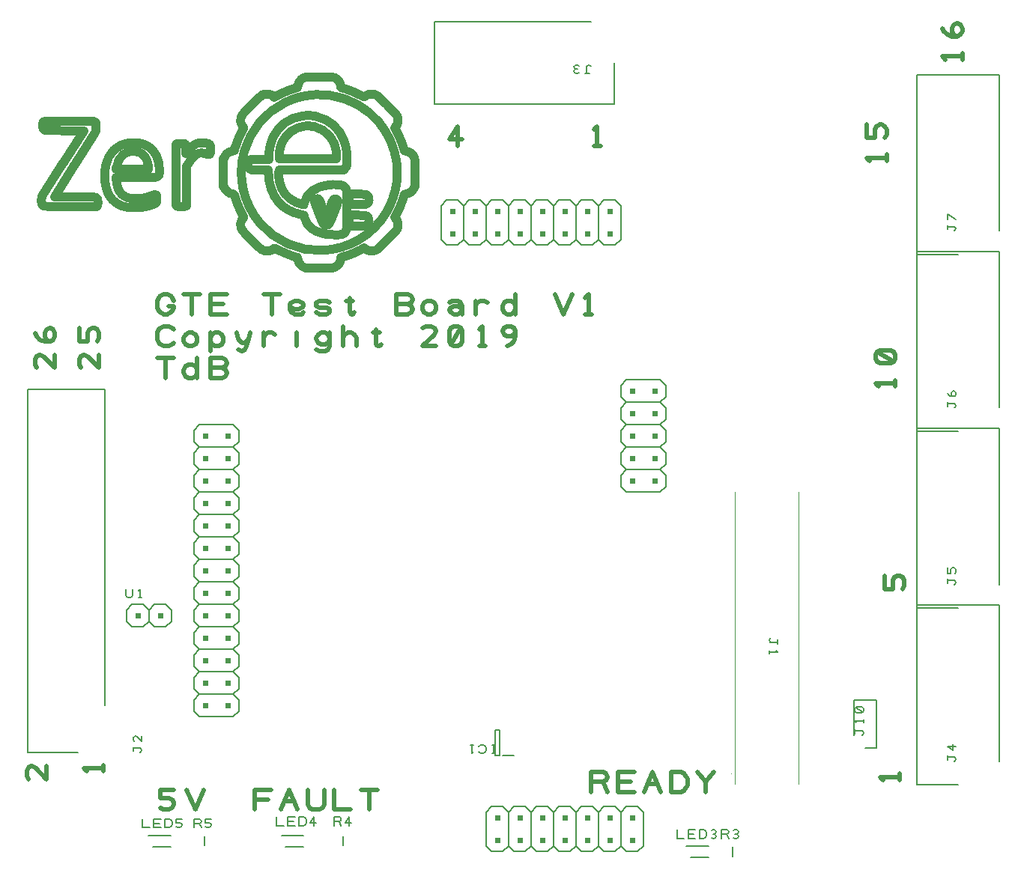
<source format=gto>
G04 EasyPC Gerber Version 21.0.3 Build 4286 *
%FSLAX35Y35*%
%MOIN*%
%ADD17C,0.00100*%
%ADD10C,0.00394*%
%ADD13C,0.00500*%
%ADD112C,0.00600*%
%ADD12C,0.00787*%
%ADD16C,0.01969*%
%ADD77C,0.03937*%
X0Y0D02*
D02*
D10*
X324502Y50014D02*
G75*
G02Y50407J197D01*
G01*
Y50014D02*
G75*
G03Y50407J197D01*
G01*
X326077Y175250D02*
Y45250D01*
X354423Y175250D02*
Y45250D01*
D02*
D12*
X45553Y80250D02*
Y221093D01*
X11482*
Y59250*
X33518*
X66982Y17553D02*
X74856D01*
Y22474D02*
X65112D01*
X90014Y22081D02*
Y17947D01*
X126037Y17553D02*
X133911D01*
Y22474D02*
X124167D01*
X151628Y22081D02*
Y17947D01*
X221333Y58006D02*
X219167D01*
Y69423*
X221333*
Y58006*
X227632D02*
X222711D01*
X261864Y384778D02*
X192376D01*
Y348163*
X272297*
Y366470*
X306313Y12789D02*
X314187D01*
Y17711D02*
X304443D01*
X325053Y17317D02*
Y13183D01*
X379108Y67179D02*
Y82868D01*
X389108*
Y61490*
X384108*
X443557Y55447D02*
Y124935D01*
X406943*
Y45014*
X425250*
X443557Y134187D02*
Y203675D01*
X406943*
Y123754*
X425250*
X443557Y212927D02*
Y282415D01*
X406943*
Y202494*
X425250*
X443557Y291667D02*
Y361156D01*
X406943*
Y281234*
X425250*
D02*
D13*
X54950Y132137D02*
Y129325D01*
X55263Y128700*
X55887Y128387*
X57137*
X57763Y128700*
X58075Y129325*
Y132137*
X60575Y128387D02*
X61825D01*
X61200D02*
Y132137D01*
X60575Y131513*
X62455Y29741D02*
Y25991D01*
X65580*
X67455D02*
Y29741D01*
X70580*
X69955Y27866D02*
X67455D01*
Y25991D02*
X70580D01*
X72455D02*
Y29741D01*
X74330*
X74955Y29428*
X75267Y29116*
X75580Y28491*
Y27241*
X75267Y26616*
X74955Y26303*
X74330Y25991*
X72455*
X77455Y26303D02*
X78080Y25991D01*
X79017*
X79642Y26303*
X79955Y26928*
Y27241*
X79642Y27866*
X79017Y28178*
X77455*
Y29741*
X79955*
X61483Y59384D02*
X61795Y59696D01*
X62108Y60321*
X61795Y60946*
X61483Y61259*
X58358*
Y61884*
Y61259D02*
Y60009D01*
X62108Y66884D02*
Y64384D01*
X59920Y66571*
X59295Y66884*
X58670Y66571*
X58358Y65946*
Y65009*
X58670Y64384*
X85486Y25991D02*
Y29741D01*
X87674*
X88299Y29428*
X88611Y28803*
X88299Y28178*
X87674Y27866*
X85486*
X87674D02*
X88611Y25991D01*
X90486Y26303D02*
X91111Y25991D01*
X92049*
X92674Y26303*
X92986Y26928*
Y27241*
X92674Y27866*
X92049Y28178*
X90486*
Y29741*
X92986*
X122100Y30607D02*
Y26857D01*
X125226*
X127100D02*
Y30607D01*
X130226*
X129600Y28732D02*
X127100D01*
Y26857D02*
X130226D01*
X132100D02*
Y30607D01*
X133976*
X134600Y30294*
X134913Y29982*
X135226Y29357*
Y28107*
X134913Y27482*
X134600Y27169*
X133976Y26857*
X132100*
X138663D02*
Y30607D01*
X137100Y28107*
X139600*
X147691Y26857D02*
Y30607D01*
X149878*
X150504Y30294*
X150816Y29669*
X150504Y29044*
X149878Y28732*
X147691*
X149878D02*
X150816Y26857D01*
X154254D02*
Y30607D01*
X152691Y28107*
X155191*
X219313Y62777D02*
X218063D01*
X218687D02*
Y59027D01*
X219313D02*
X218063D01*
X212125Y62152D02*
X212437Y62465D01*
X213063Y62777*
X214000*
X214625Y62465*
X214937Y62152*
X215250Y61527*
Y60277*
X214937Y59652*
X214625Y59339*
X214000Y59027*
X213063*
X212437Y59339*
X212125Y59652*
X209625Y62777D02*
X208375D01*
X209000D02*
Y59027D01*
X209625Y59652*
X261864Y364908D02*
X261552Y365220D01*
X260927Y365533*
X260302Y365220*
X259989Y364908*
Y361783*
X259364*
X259989D02*
X261239D01*
X256552Y365220D02*
X255927Y365533D01*
X255302*
X254677Y365220*
X254364Y364595*
X254677Y363970*
X255302Y363658*
X255927*
X255302D02*
X254677Y363345D01*
X254364Y362720*
X254677Y362095*
X255302Y361783*
X255927*
X256552Y362095*
X300250Y24937D02*
Y21187D01*
X303375*
X305250D02*
Y24937D01*
X308375*
X307750Y23063D02*
X305250D01*
Y21187D02*
X308375D01*
X310250D02*
Y24937D01*
X312125*
X312750Y24625*
X313063Y24313*
X313375Y23687*
Y22437*
X313063Y21813*
X312750Y21500*
X312125Y21187*
X310250*
X315563Y21500D02*
X316187Y21187D01*
X316813*
X317437Y21500*
X317750Y22125*
X317437Y22750*
X316813Y23063*
X316187*
X316813D02*
X317437Y23375D01*
X317750Y24000*
X317437Y24625*
X316813Y24937*
X316187*
X315563Y24625*
X320053Y21187D02*
Y24937D01*
X322241*
X322866Y24625*
X323178Y24000*
X322866Y23375*
X322241Y23063*
X320053*
X322241D02*
X323178Y21187D01*
X325366Y21500D02*
X325991Y21187D01*
X326616*
X327241Y21500*
X327553Y22125*
X327241Y22750*
X326616Y23063*
X325991*
X326616D02*
X327241Y23375D01*
X327553Y24000*
X327241Y24625*
X326616Y24937*
X325991*
X325366Y24625*
X341813Y110250D02*
X341500Y109937D01*
X341187Y109313*
X341500Y108687*
X341813Y108375*
X344937*
Y107750*
Y108375D02*
Y109625D01*
X341187Y104625D02*
Y103375D01*
Y104000D02*
X344937D01*
X344313Y104625*
X382546Y67179D02*
X382858Y67492D01*
X383171Y68117*
X382858Y68742*
X382546Y69054*
X379421*
Y69679*
Y69054D02*
Y67804D01*
X383171Y72804D02*
Y74054D01*
Y73429D02*
X379421D01*
X380046Y72804*
X382858Y77492D02*
X383171Y78117D01*
Y78742*
X382858Y79367*
X382233Y79679*
X380358*
X379733Y79367*
X379421Y78742*
Y78117*
X379733Y77492*
X380358Y77179*
X382233*
X382858Y77492*
X379733Y79367*
X423687Y55447D02*
X424000Y55759D01*
X424313Y56384*
X424000Y57009*
X423687Y57322*
X420563*
Y57947*
Y57322D02*
Y56072D01*
X424313Y62009D02*
X420563D01*
X423063Y60447*
Y62947*
X423687Y134187D02*
X424000Y134500D01*
X424313Y135124*
X424000Y135750*
X423687Y136062*
X420563*
Y136687*
Y136062D02*
Y134812D01*
X424000Y139187D02*
X424313Y139812D01*
Y140750*
X424000Y141374*
X423375Y141687*
X423063*
X422437Y141374*
X422125Y140750*
Y139187*
X420563*
Y141687*
X423687Y212927D02*
X424000Y213240D01*
X424313Y213865*
X424000Y214490*
X423687Y214802*
X420563*
Y215427*
Y214802D02*
Y213552D01*
X423375Y217927D02*
X422750Y218240D01*
X422437Y218865*
Y219490*
X422750Y220115*
X423375Y220427*
X424000Y220115*
X424313Y219490*
Y218865*
X424000Y218240*
X423375Y217927*
X422437*
X421500Y218240*
X420875Y218865*
X420563Y219490*
X423687Y291667D02*
X424000Y291980D01*
X424313Y292605*
X424000Y293230*
X423687Y293543*
X420563*
Y294167*
Y293543D02*
Y292293D01*
X424313Y296667D02*
X420563Y299167D01*
Y296667*
D02*
D16*
X19689Y53400D02*
Y47494D01*
X14522Y52661*
X13045Y53400*
X11569Y52661*
X10831Y51185*
Y48970*
X11569Y47494*
X23429Y236549D02*
Y230644D01*
X18262Y235811*
X16785Y236549*
X15309Y235811*
X14571Y234335*
Y232120*
X15309Y230644*
X21215Y242455D02*
X19738Y243193D01*
X19000Y244669*
Y246146*
X19738Y247622*
X21215Y248360*
X22691Y247622*
X23429Y246146*
Y244669*
X22691Y243193*
X21215Y242455*
X19000*
X16785Y243193*
X15309Y244669*
X14571Y246146*
X43114Y236549D02*
Y230644D01*
X37947Y235811*
X36470Y236549*
X34994Y235811*
X34256Y234335*
Y232120*
X34994Y230644*
X42376Y242455D02*
X43114Y243931D01*
Y246146*
X42376Y247622*
X40900Y248360*
X40161*
X38685Y247622*
X37947Y246146*
Y242455*
X34256*
Y248360*
X45083Y50939D02*
Y53892D01*
Y52415D02*
X36224D01*
X37701Y50939*
X74118Y258203D02*
X76333D01*
Y257465*
X75594Y255988*
X74856Y255250*
X73380Y254512*
X71904*
X70427Y255250*
X69689Y255988*
X68951Y257465*
Y260417*
X69689Y261894*
X70427Y262632*
X71904Y263370*
X73380*
X74856Y262632*
X75594Y261894*
X76333Y260417*
X84453Y254512D02*
Y263370D01*
X80762D02*
X88144D01*
X92573Y254512D02*
Y263370D01*
X99955*
X98478Y258941D02*
X92573D01*
Y254512D02*
X99955D01*
X119886D02*
Y263370D01*
X116195D02*
X123577D01*
X133911Y255250D02*
X133173Y254512D01*
X131697*
X130220*
X128744Y255250*
X128006Y256726*
Y258941*
X128744Y259679*
X130220Y260417*
X131697*
X133173Y259679*
X133911Y258941*
Y258203*
X133173Y257465*
X131697Y256726*
X130220*
X128744Y257465*
X128006Y258203*
X139817Y255250D02*
X141293Y254512D01*
X144246*
X145722Y255250*
Y256726*
X144246Y257465*
X141293*
X139817Y258203*
Y259679*
X141293Y260417*
X144246*
X145722Y259679*
X153104Y260417D02*
X156057D01*
X154581Y261894D02*
Y255250D01*
X155319Y254512*
X156057*
X156795Y255250*
X180417Y258941D02*
X181894Y258203D01*
X182632Y256726*
X181894Y255250*
X180417Y254512*
X175250*
Y263370*
X180417*
X181894Y262632*
X182632Y261156*
X181894Y259679*
X180417Y258941*
X175250*
X187061Y256726D02*
X187799Y255250D01*
X189276Y254512*
X190752*
X192228Y255250*
X192967Y256726*
Y258203*
X192228Y259679*
X190752Y260417*
X189276*
X187799Y259679*
X187061Y258203*
Y256726*
X198872Y259679D02*
X200348Y260417D01*
X202563*
X204039Y259679*
X204778Y258203*
Y255988*
X204039Y255250*
X202563Y254512*
X201087*
X199610Y255250*
X198872Y255988*
Y256726*
X199610Y257465*
X201087Y258203*
X202563*
X204039Y257465*
X204778Y256726*
Y255988D02*
Y254512D01*
X210683D02*
Y260417D01*
Y258203D02*
X211421Y259679D01*
X212898Y260417*
X214374*
X215850Y259679*
X228400Y258203D02*
X227661Y259679D01*
X226185Y260417*
X224709*
X223232Y259679*
X222494Y258203*
Y256726*
X223232Y255250*
X224709Y254512*
X226185*
X227661Y255250*
X228400Y256726*
Y254512D02*
Y263370D01*
X246116D02*
X249807Y254512D01*
X253498Y263370*
X259404Y254512D02*
X262356D01*
X260880D02*
Y263370D01*
X259404Y261894*
X76333Y241815D02*
X75594Y241077D01*
X74118Y240339*
X71904*
X70427Y241077*
X69689Y241815*
X68951Y243291*
Y246244*
X69689Y247720*
X70427Y248459*
X71904Y249197*
X74118*
X75594Y248459*
X76333Y247720*
X80762Y242553D02*
X81500Y241077D01*
X82976Y240339*
X84453*
X85929Y241077*
X86667Y242553*
Y244030*
X85929Y245506*
X84453Y246244*
X82976*
X81500Y245506*
X80762Y244030*
Y242553*
X92573Y246244D02*
Y238124D01*
Y242553D02*
X93311Y241077D01*
X94787Y240339*
X96264*
X97740Y241077*
X98478Y242553*
Y244030*
X97740Y245506*
X96264Y246244*
X94787*
X93311Y245506*
X92573Y244030*
Y242553*
X104384Y246244D02*
X105122Y243291D01*
X106598Y241815*
X108075*
X109551Y243291*
X110289Y246244*
X109551Y243291D02*
X108813Y240339D01*
X108075Y238862*
X106598Y238124*
X105122Y238862*
X116195Y240339D02*
Y246244D01*
Y244030D02*
X116933Y245506D01*
X118409Y246244*
X119886*
X121362Y245506*
X130959Y240339D02*
Y246244D01*
Y248459D02*
X145722Y244030*
X144984Y245506D01*
X143508Y246244*
X142031*
X140555Y245506*
X139817Y244030*
Y243291*
X140555Y241815*
X142031Y241077*
X143508*
X144984Y241815*
X145722Y243291*
Y246244D02*
Y240339D01*
X144984Y238862*
X143508Y238124*
X141293*
X139817Y238862*
X151628Y240339D02*
Y249197D01*
Y244030D02*
X152366Y245506D01*
X153843Y246244*
X155319*
X156795Y245506*
X157533Y244030*
Y240339*
X164915Y246244D02*
X167868D01*
X166392Y247720D02*
Y241077D01*
X167130Y240339*
X167868*
X168606Y241077*
X192967Y240339D02*
X187061D01*
X192228Y245506*
X192967Y246982*
X192228Y248459*
X190752Y249197*
X188537*
X187061Y248459*
X199610Y241077D02*
X201087Y240339D01*
X202563*
X204039Y241077*
X204778Y242553*
Y246982*
X204039Y248459*
X202563Y249197*
X201087*
X199610Y248459*
X198872Y246982*
Y242553*
X199610Y241077*
X204039Y248459*
X212159Y240339D02*
X215112D01*
X213636D02*
Y249197D01*
X212159Y247720*
X224709Y240339D02*
X226185Y241077D01*
X227661Y242553*
X228400Y244768*
Y246982*
X227661Y248459*
X226185Y249197*
X224709*
X223232Y248459*
X222494Y246982*
X223232Y245506*
X224709Y244768*
X226185*
X227661Y245506*
X228400Y246982*
X72642Y226165D02*
Y235024D01*
X68951D02*
X76333D01*
X86667Y229856D02*
X85929Y231333D01*
X84453Y232071*
X82976*
X81500Y231333*
X80762Y229856*
Y228380*
X81500Y226904*
X82976Y226165*
X84453*
X85929Y226904*
X86667Y228380*
Y226165D02*
Y235024D01*
X97740Y230594D02*
X99217Y229856D01*
X99955Y228380*
X99217Y226904*
X97740Y226165*
X92573*
Y235024*
X97740*
X99217Y234285*
X99955Y232809*
X99217Y231333*
X97740Y230594*
X92573*
X70329Y34778D02*
X71805Y34039D01*
X74020*
X75496Y34778*
X76234Y36254*
Y36992*
X75496Y38469*
X74020Y39207*
X70329*
Y42898*
X76234*
X82140D02*
X85831Y34039D01*
X89522Y42898*
X112258Y34039D02*
Y42898D01*
X119640*
X118163Y38469D02*
X112258D01*
X124069Y34039D02*
X127760Y42898D01*
X131451Y34039*
X125545Y37730D02*
X129974D01*
X135880Y42898D02*
Y36254D01*
X136618Y34778*
X138094Y34039*
X141047*
X142524Y34778*
X143262Y36254*
Y42898*
X147691D02*
Y34039D01*
X155073*
X163193D02*
Y42898D01*
X159502D02*
X166884D01*
X202563Y329315D02*
Y338173D01*
X198872Y332268*
X204778*
X263341Y329315D02*
X266293D01*
X264817D02*
Y338173D01*
X263341Y336697*
X262061Y41835D02*
Y50693D01*
X267228*
X268705Y49955*
X269443Y48478*
X268705Y47002*
X267228Y46264*
X262061*
X267228D02*
X269443Y41835D01*
X273872D02*
Y50693D01*
X281254*
X279778Y46264D02*
X273872D01*
Y41835D02*
X281254D01*
X285683D02*
X289374Y50693D01*
X293065Y41835*
X287159Y45526D02*
X291589D01*
X297494Y41835D02*
Y50693D01*
X301923*
X303400Y49955*
X304138Y49217*
X304876Y47740*
Y44787*
X304138Y43311*
X303400Y42573*
X301923Y41835*
X297494*
X312996D02*
Y46264D01*
X309305Y50693*
X312996Y46264D02*
X316687Y50693D01*
X393508Y322671D02*
Y325624D01*
Y324148D02*
X384650D01*
X386126Y322671*
X392770Y333006D02*
X393508Y334482D01*
Y336697*
X392770Y338173*
X391293Y338911*
X390555*
X389079Y338173*
X388341Y336697*
Y333006*
X384650*
Y338911*
X397445Y222278D02*
Y225230D01*
Y223754D02*
X388587D01*
X390063Y222278*
X396707Y233350D02*
X397445Y234827D01*
Y236303*
X396707Y237780*
X395230Y238518*
X390801*
X389325Y237780*
X388587Y236303*
Y234827*
X389325Y233350*
X390801Y232612*
X395230*
X396707Y233350*
X389325Y237780*
X399413Y47081D02*
Y50033D01*
Y48557D02*
X390555D01*
X392031Y47081*
X400644Y132219D02*
X401382Y133695D01*
Y135909*
X400644Y137386*
X399167Y138124*
X398429*
X396953Y137386*
X396215Y135909*
Y132219*
X392524*
Y138124*
X427169Y367868D02*
Y370821D01*
Y369344D02*
X418311D01*
X419787Y367868*
X424955Y378203D02*
X423478Y378941D01*
X422740Y380417*
Y381894*
X423478Y383370*
X424955Y384108*
X426431Y383370*
X427169Y381894*
Y380417*
X426431Y378941*
X424955Y378203*
X422740*
X420526Y378941*
X419049Y380417*
X418311Y381894*
D02*
D17*
X59250Y119250D02*
X61250D01*
Y121250*
X59250*
Y119250*
G36*
X61250*
Y121250*
X59250*
Y119250*
G37*
X69250D02*
X71250D01*
Y121250*
X69250*
Y119250*
G36*
X71250*
Y121250*
X69250*
Y119250*
G37*
X91250Y79250D02*
Y81250D01*
X89250*
Y79250*
X91250*
G36*
Y81250*
X89250*
Y79250*
X91250*
G37*
Y89250D02*
Y91250D01*
X89250*
Y89250*
X91250*
G36*
Y91250*
X89250*
Y89250*
X91250*
G37*
Y99250D02*
Y101250D01*
X89250*
Y99250*
X91250*
G36*
Y101250*
X89250*
Y99250*
X91250*
G37*
Y109250D02*
Y111250D01*
X89250*
Y109250*
X91250*
G36*
Y111250*
X89250*
Y109250*
X91250*
G37*
Y119250D02*
Y121250D01*
X89250*
Y119250*
X91250*
G36*
Y121250*
X89250*
Y119250*
X91250*
G37*
Y129250D02*
Y131250D01*
X89250*
Y129250*
X91250*
G36*
Y131250*
X89250*
Y129250*
X91250*
G37*
Y139250D02*
Y141250D01*
X89250*
Y139250*
X91250*
G36*
Y141250*
X89250*
Y139250*
X91250*
G37*
Y149250D02*
Y151250D01*
X89250*
Y149250*
X91250*
G36*
Y151250*
X89250*
Y149250*
X91250*
G37*
Y159250D02*
Y161250D01*
X89250*
Y159250*
X91250*
G36*
Y161250*
X89250*
Y159250*
X91250*
G37*
Y169250D02*
Y171250D01*
X89250*
Y169250*
X91250*
G36*
Y171250*
X89250*
Y169250*
X91250*
G37*
Y179250D02*
Y181250D01*
X89250*
Y179250*
X91250*
G36*
Y181250*
X89250*
Y179250*
X91250*
G37*
Y189250D02*
Y191250D01*
X89250*
Y189250*
X91250*
G36*
Y191250*
X89250*
Y189250*
X91250*
G37*
Y199250D02*
Y201250D01*
X89250*
Y199250*
X91250*
G36*
Y201250*
X89250*
Y199250*
X91250*
G37*
X101250Y79250D02*
Y81250D01*
X99250*
Y79250*
X101250*
G36*
Y81250*
X99250*
Y79250*
X101250*
G37*
Y89250D02*
Y91250D01*
X99250*
Y89250*
X101250*
G36*
Y91250*
X99250*
Y89250*
X101250*
G37*
Y99250D02*
Y101250D01*
X99250*
Y99250*
X101250*
G36*
Y101250*
X99250*
Y99250*
X101250*
G37*
Y109250D02*
Y111250D01*
X99250*
Y109250*
X101250*
G36*
Y111250*
X99250*
Y109250*
X101250*
G37*
Y119250D02*
Y121250D01*
X99250*
Y119250*
X101250*
G36*
Y121250*
X99250*
Y119250*
X101250*
G37*
Y129250D02*
Y131250D01*
X99250*
Y129250*
X101250*
G36*
Y131250*
X99250*
Y129250*
X101250*
G37*
Y139250D02*
Y141250D01*
X99250*
Y139250*
X101250*
G36*
Y141250*
X99250*
Y139250*
X101250*
G37*
Y149250D02*
Y151250D01*
X99250*
Y149250*
X101250*
G36*
Y151250*
X99250*
Y149250*
X101250*
G37*
Y159250D02*
Y161250D01*
X99250*
Y159250*
X101250*
G36*
Y161250*
X99250*
Y159250*
X101250*
G37*
Y169250D02*
Y171250D01*
X99250*
Y169250*
X101250*
G36*
Y171250*
X99250*
Y169250*
X101250*
G37*
Y179250D02*
Y181250D01*
X99250*
Y179250*
X101250*
G36*
Y181250*
X99250*
Y179250*
X101250*
G37*
Y189250D02*
Y191250D01*
X99250*
Y189250*
X101250*
G36*
Y191250*
X99250*
Y189250*
X101250*
G37*
Y199250D02*
Y201250D01*
X99250*
Y199250*
X101250*
G36*
Y201250*
X99250*
Y199250*
X101250*
G37*
X199250Y289250D02*
X201250D01*
Y291250*
X199250*
Y289250*
G36*
X201250*
Y291250*
X199250*
Y289250*
G37*
Y299250D02*
X201250D01*
Y301250*
X199250*
Y299250*
G36*
X201250*
Y301250*
X199250*
Y299250*
G37*
X209250Y289250D02*
X211250D01*
Y291250*
X209250*
Y289250*
G36*
X211250*
Y291250*
X209250*
Y289250*
G37*
Y299250D02*
X211250D01*
Y301250*
X209250*
Y299250*
G36*
X211250*
Y301250*
X209250*
Y299250*
G37*
X219250Y19250D02*
X221250D01*
Y21250*
X219250*
Y19250*
G36*
X221250*
Y21250*
X219250*
Y19250*
G37*
Y29250D02*
X221250D01*
Y31250*
X219250*
Y29250*
G36*
X221250*
Y31250*
X219250*
Y29250*
G37*
Y289250D02*
X221250D01*
Y291250*
X219250*
Y289250*
G36*
X221250*
Y291250*
X219250*
Y289250*
G37*
Y299250D02*
X221250D01*
Y301250*
X219250*
Y299250*
G36*
X221250*
Y301250*
X219250*
Y299250*
G37*
X229250Y19250D02*
X231250D01*
Y21250*
X229250*
Y19250*
G36*
X231250*
Y21250*
X229250*
Y19250*
G37*
Y29250D02*
X231250D01*
Y31250*
X229250*
Y29250*
G36*
X231250*
Y31250*
X229250*
Y29250*
G37*
Y289250D02*
X231250D01*
Y291250*
X229250*
Y289250*
G36*
X231250*
Y291250*
X229250*
Y289250*
G37*
Y299250D02*
X231250D01*
Y301250*
X229250*
Y299250*
G36*
X231250*
Y301250*
X229250*
Y299250*
G37*
X239250Y19250D02*
X241250D01*
Y21250*
X239250*
Y19250*
G36*
X241250*
Y21250*
X239250*
Y19250*
G37*
Y29250D02*
X241250D01*
Y31250*
X239250*
Y29250*
G36*
X241250*
Y31250*
X239250*
Y29250*
G37*
Y289250D02*
X241250D01*
Y291250*
X239250*
Y289250*
G36*
X241250*
Y291250*
X239250*
Y289250*
G37*
Y299250D02*
X241250D01*
Y301250*
X239250*
Y299250*
G36*
X241250*
Y301250*
X239250*
Y299250*
G37*
X249250Y19250D02*
X251250D01*
Y21250*
X249250*
Y19250*
G36*
X251250*
Y21250*
X249250*
Y19250*
G37*
Y29250D02*
X251250D01*
Y31250*
X249250*
Y29250*
G36*
X251250*
Y31250*
X249250*
Y29250*
G37*
Y289250D02*
X251250D01*
Y291250*
X249250*
Y289250*
G36*
X251250*
Y291250*
X249250*
Y289250*
G37*
Y299250D02*
X251250D01*
Y301250*
X249250*
Y299250*
G36*
X251250*
Y301250*
X249250*
Y299250*
G37*
X259250Y19250D02*
X261250D01*
Y21250*
X259250*
Y19250*
G36*
X261250*
Y21250*
X259250*
Y19250*
G37*
Y29250D02*
X261250D01*
Y31250*
X259250*
Y29250*
G36*
X261250*
Y31250*
X259250*
Y29250*
G37*
Y289250D02*
X261250D01*
Y291250*
X259250*
Y289250*
G36*
X261250*
Y291250*
X259250*
Y289250*
G37*
Y299250D02*
X261250D01*
Y301250*
X259250*
Y299250*
G36*
X261250*
Y301250*
X259250*
Y299250*
G37*
X269250Y19250D02*
X271250D01*
Y21250*
X269250*
Y19250*
G36*
X271250*
Y21250*
X269250*
Y19250*
G37*
Y29250D02*
X271250D01*
Y31250*
X269250*
Y29250*
G36*
X271250*
Y31250*
X269250*
Y29250*
G37*
Y289250D02*
X271250D01*
Y291250*
X269250*
Y289250*
G36*
X271250*
Y291250*
X269250*
Y289250*
G37*
Y299250D02*
X271250D01*
Y301250*
X269250*
Y299250*
G36*
X271250*
Y301250*
X269250*
Y299250*
G37*
X279250Y19250D02*
X281250D01*
Y21250*
X279250*
Y19250*
G36*
X281250*
Y21250*
X279250*
Y19250*
G37*
Y29250D02*
X281250D01*
Y31250*
X279250*
Y29250*
G36*
X281250*
Y31250*
X279250*
Y29250*
G37*
X281250Y179250D02*
Y181250D01*
X279250*
Y179250*
X281250*
G36*
Y181250*
X279250*
Y179250*
X281250*
G37*
Y189250D02*
Y191250D01*
X279250*
Y189250*
X281250*
G36*
Y191250*
X279250*
Y189250*
X281250*
G37*
Y199250D02*
Y201250D01*
X279250*
Y199250*
X281250*
G36*
Y201250*
X279250*
Y199250*
X281250*
G37*
Y209250D02*
Y211250D01*
X279250*
Y209250*
X281250*
G36*
Y211250*
X279250*
Y209250*
X281250*
G37*
Y219250D02*
Y221250D01*
X279250*
Y219250*
X281250*
G36*
Y221250*
X279250*
Y219250*
X281250*
G37*
X291250Y179250D02*
Y181250D01*
X289250*
Y179250*
X291250*
G36*
Y181250*
X289250*
Y179250*
X291250*
G37*
Y189250D02*
Y191250D01*
X289250*
Y189250*
X291250*
G36*
Y191250*
X289250*
Y189250*
X291250*
G37*
Y199250D02*
Y201250D01*
X289250*
Y199250*
X291250*
G36*
Y201250*
X289250*
Y199250*
X291250*
G37*
Y209250D02*
Y211250D01*
X289250*
Y209250*
X291250*
G36*
Y211250*
X289250*
Y209250*
X291250*
G37*
Y219250D02*
Y221250D01*
X289250*
Y219250*
X291250*
G36*
Y221250*
X289250*
Y219250*
X291250*
G37*
D02*
D77*
X18227Y340153D02*
G75*
G03X18079Y339921I608J-552D01*
G01*
G75*
G03X17994Y339624I1187J-501*
G01*
G75*
G03X17952Y339173I3396J-544*
G01*
G75*
G03X17941Y338369I29889J-797*
G01*
G75*
G03X18133Y337006I4948J1*
G01*
G75*
G03X18726Y336445I770J221*
G01*
G75*
G03X20144Y336280I1478J6491*
G01*
G75*
G03X27339Y336232I14425J1649100*
G01*
X36168Y336194*
X27229Y322169*
G75*
G03X23775Y316739I3205608J-2042880*
G01*
G75*
G03X20802Y312043I1780248J-1130366*
G01*
G75*
G03X18224Y307955I5322256J-3359507*
G01*
G75*
G03X17903Y307394I6435J-4055*
G01*
G75*
G03X17713Y306967I3589J-1853*
G01*
G75*
G03X17584Y306543I3088J-1169*
G01*
G75*
G03X17500Y306054I4193J-971*
G01*
G75*
G03X17448Y305425I11072J-1238*
G01*
G75*
G03X17441Y304474I9913J-549*
G01*
G75*
G03X17547Y303758I3407J140*
G01*
G75*
G03X17771Y303221I1993J516*
G01*
G75*
G03X18122Y302821I1252J745*
G01*
G75*
G03X18619Y302628I565J719*
G01*
G75*
G03X19996Y302558I2057J27025*
G01*
G75*
G03X22580Y302524I2734J110031*
G01*
G75*
G03X30238Y302519I7634J5286580*
G01*
X41970*
X42256Y302835*
G75*
G03X42404Y303067I-608J552*
G01*
G75*
G03X42489Y303363I-1188J501*
G01*
G75*
G03X42531Y303815I-3397J544*
G01*
G75*
G03X42541Y304619I-29904J797*
G01*
G75*
G03X42337Y305978I-4621J0*
G01*
G75*
G03X41719Y306544I-793J-244*
G01*
G75*
G03X40230Y306708I-1548J-7225*
G01*
G75*
G03X32571Y306755I-15552J-1916367*
G01*
X23170Y306794*
X32157Y320894*
G75*
G03X35625Y326347I-2623832J1672542*
G01*
G75*
G03X38598Y331050I-1447279J918230*
G01*
G75*
G03X41187Y335163I-4908228J3091949*
G01*
G75*
G03X41465Y335669I-4120J2589*
G01*
G75*
G03X41628Y336092I-2809J1331*
G01*
G75*
G03X41724Y336524I-2701J827*
G01*
G75*
G03X41773Y337086I-5202J731*
G01*
G75*
G03X41788Y337969I-29295J938*
G01*
X41791Y339593*
X41302Y340031*
X40811Y340469*
X29662*
G75*
G03X22233Y340463I184J-5255318*
G01*
G75*
G03X19873Y340429I130J-90196*
G01*
G75*
G03X18639Y340358I562J-20474*
G01*
G75*
G03X18227Y340153I56J-627*
G01*
X56041Y330771D02*
G75*
G03X52503Y329639I1931J-12139D01*
G01*
G75*
G03X49559Y327520I4986J-10031*
G01*
G75*
G03X47370Y324501I8438J-8419*
G01*
G75*
G03X46038Y320746I13772J-6998*
G01*
G75*
G03X45778Y319032I13938J-2993*
G01*
G75*
G03X45653Y316876I33790J-3044*
G01*
G75*
G03X45665Y314689I34419J-902*
G01*
G75*
G03X45832Y312869I16909J633*
G01*
G75*
G03X46286Y310627I20863J3057*
G01*
G75*
G03X46948Y308689I13144J3411*
G01*
G75*
G03X47835Y307017I10542J4519*
G01*
G75*
G03X48960Y305571I8491J5446*
G01*
G75*
G03X50211Y304416I8531J7980*
G01*
G75*
G03X51576Y303497I6354J7973*
G01*
G75*
G03X53104Y302792I5239J9338*
G01*
G75*
G03X54841Y302272I4987J13504*
G01*
G75*
G03X56568Y302027I2267J9774*
G01*
G75*
G03X59057Y301971I2149J39967*
G01*
G75*
G03X61593Y302072I-338J40134*
G01*
G75*
G03X63514Y302345I-1004J13973*
G01*
G75*
G03X65432Y302815I-6928J32473*
G01*
G75*
G03X66967Y303329I-4035J14578*
G01*
G75*
G03X68089Y303855I-3706J9365*
G01*
G75*
G03X68594Y304356I-615J1127*
G01*
G75*
G03X68757Y304903I-1140J637*
G01*
G75*
G03X68791Y306002I-14732J1009*
G01*
G75*
G03X68748Y307102I-16742J-102*
G01*
G75*
G03X68575Y307533I-759J-54*
G01*
G75*
G03X68258Y307710I-387J-320*
G01*
G75*
G03X67755Y307704I-232J-1659*
G01*
G75*
G03X66968Y307512I851J-5196*
G01*
G75*
G03X65641Y307054I13104J-40076*
G01*
G75*
G02X63977Y306505I-9681J26544*
G01*
G75*
G02X62545Y306161I-4013J13579*
G01*
G75*
G02X61122Y305976I-2428J13078*
G01*
G75*
G02X59491Y305913I-1679J22178*
G01*
G75*
G02X57570Y306013I-35J17694*
G01*
G75*
G02X55982Y306331I953J8901*
G01*
G75*
G02X54636Y306886I2000J6755*
G01*
G75*
G02X53447Y307702I3220J5967*
G01*
G75*
G02X52402Y308854I4025J4703*
G01*
G75*
G02X51652Y310254I5490J3843*
G01*
G75*
G02X51134Y312061I9276J3633*
G01*
G75*
G02X50792Y314481I27384J5106*
G01*
X50702Y315419*
X59641*
G75*
G03X66253Y315432I-15J1639859*
G01*
G75*
G03X68185Y315526I-87J21869*
G01*
G75*
G03X69135Y315792I-253J2728*
G01*
G75*
G03X69709Y316354I-561J1149*
G01*
G75*
G03X69915Y317171I-1635J844*
G01*
G75*
G03X69892Y319074I-35334J527*
G01*
G75*
G03X69745Y321069I-28816J-1119*
G01*
G75*
G03X69465Y322619I-11188J-1217*
G01*
G75*
G03X68861Y324422I-12290J-3116*
G01*
G75*
G03X68002Y326080I-10854J-4570*
G01*
G75*
G03X66937Y327510I-9128J-5687*
G01*
G75*
G03X65717Y328635I-6071J-5361*
G01*
G75*
G03X64870Y329206I-6272J-8387*
G01*
G75*
G03X63907Y329740I-7350J-12128*
G01*
G75*
G03X62926Y330187I-6150J-12205*
G01*
G75*
G03X62031Y330494I-3095J-7565*
G01*
G75*
G03X61062Y330664I-1346J-4824*
G01*
G75*
G03X59080Y330785I-5122J-67688*
G01*
G75*
G03X57096Y330846I-2996J-64707*
G01*
G75*
G03X56041Y330771I-95J-6104*
G01*
X59789Y326892D02*
G75*
G02X60809Y326612I-1873J-8836D01*
G01*
G75*
G02X61683Y326237I-1898J-5620*
G01*
G75*
G02X62431Y325753I-2409J-4553*
G01*
G75*
G02X63078Y325152I-3029J-3905*
G01*
G75*
G02X63860Y324070I-4663J-4193*
G01*
G75*
G02X64456Y322773I-7083J-4043*
G01*
G75*
G02X64834Y321347I-8187J-2931*
G01*
G75*
G02X64964Y319881I-8498J-1492*
G01*
X64967Y319019*
X50745*
X50819Y319656*
G75*
G02X51803Y323092I10893J-1262*
G01*
G75*
G02X53784Y325606I6493J-3078*
G01*
G75*
G02X56553Y326907I4045J-5015*
G01*
G75*
G02X59789Y326892I1582J-7824*
G01*
X86788Y330607D02*
G75*
G03X85762Y330119I1903J-5317D01*
G01*
G75*
G03X84702Y329372I4931J-8128*
G01*
G75*
G03X83645Y328400I7322J-9024*
G01*
G75*
G03X82627Y327230I11381J-10931*
G01*
X81691Y326042*
X81653Y328043*
G75*
G03X81580Y329703I-33774J-658*
G01*
G75*
G03X81349Y330261I-949J-65*
G01*
G75*
G03X80845Y330515I-561J-487*
G01*
G75*
G03X79458Y330569I-1391J-17915*
G01*
G75*
G03X78705Y330557I6J-24384*
G01*
G75*
G03X78196Y330517I168J-5430*
G01*
G75*
G03X77839Y330447I326J-2603*
G01*
G75*
G03X77600Y330335I200J-739*
G01*
X77267Y330102*
Y316479*
G75*
G03X77273Y308293I5329956J8*
G01*
G75*
G03X77305Y304956I204063J306*
G01*
G75*
G03X77356Y302973I130596J2328*
G01*
G75*
G03X77514Y302650I439J15*
G01*
G75*
G03X78034Y302441I584J702*
G01*
G75*
G03X79479Y302378I1865J26505*
G01*
G75*
G03X80917Y302402I354J22611*
G01*
G75*
G03X81600Y302585I-79J1658*
G01*
X82067Y302826*
Y320499*
X82998Y321891*
G75*
G02X83951Y323198I16454J-11004*
G01*
G75*
G02X84974Y324371I13340J-10598*
G01*
G75*
G02X85957Y325304I9997J-9552*
G01*
G75*
G02X86770Y325839I2485J-2891*
G01*
G75*
G02X87586Y326164I2553J-5228*
G01*
G75*
G02X88328Y326302I952J-3047*
G01*
G75*
G02X89119Y326267I239J-3587*
G01*
G75*
G02X90091Y326059I-1361J-8711*
G01*
G75*
G03X91737Y325656I8272J30207*
G01*
G75*
G03X92306Y325763I157J727*
G01*
G75*
G03X92591Y326238I-356J537*
G01*
G75*
G03X92685Y327779I-22439J2138*
G01*
G75*
G03X92682Y329087I-23252J612*
G01*
G75*
G03X92546Y329734I-1866J-56*
G01*
G75*
G03X92220Y330140I-843J-343*
G01*
G75*
G03X91589Y330473I-1709J-2474*
G01*
G75*
G03X90580Y330726I-1545J-4020*
G01*
G75*
G03X89157Y330835I-1834J-14651*
G01*
G75*
G03X87744Y330807I-414J-14769*
G01*
G75*
G03X86788Y330607I241J-3541*
G01*
X133911Y342848D02*
G75*
G03X129738Y341833I2470J-19234D01*
G01*
G75*
G03X126060Y339946I5710J-15660*
G01*
G75*
G03X123033Y337261I8966J-13154*
G01*
G75*
G03X120775Y333894I12080J-10544*
G01*
G75*
G03X119915Y331808I13835J-6924*
G01*
G75*
G03X119184Y329217I29538J-9728*
G01*
G75*
G03X118680Y326569I30303J-7140*
G01*
G75*
G03X118517Y324310I15483J-2258*
G01*
Y323519*
X110739*
X110272Y323126*
G75*
G03X109852Y322699I2064J-2450*
G01*
G75*
G03X109574Y322246I1555J-1269*
G01*
G75*
G03X109418Y321724I1941J-863*
G01*
G75*
G03X109367Y321089I3882J-630*
G01*
G75*
G03X109426Y320469I3320J4*
G01*
G75*
G03X109603Y319966I1775J340*
G01*
G75*
G03X109923Y319524I1692J891*
G01*
G75*
G03X110420Y319091I2890J2811*
G01*
X110925Y318719*
X118472*
X118491Y317169*
G75*
G03X118822Y313594I22437J275*
G01*
G75*
G03X119719Y310148I21381J3722*
G01*
G75*
G03X121112Y307048I18714J6547*
G01*
G75*
G03X122923Y304502I12417J6917*
G01*
G75*
G03X125004Y302502I14084J12569*
G01*
G75*
G03X127283Y300935I10121J12282*
G01*
G75*
G03X129857Y299753I8265J14600*
G01*
G75*
G03X132819Y298899I7973J22104*
G01*
G75*
G02X133344Y298783I-18589J-85239*
G01*
G75*
G02X133790Y298680I-10106J-44889*
G01*
G75*
G02X134184Y298587I-57045J-242842*
G01*
G75*
G02X134208Y298572I-11J-44*
G01*
G75*
G02X134222Y298547I-53J-45*
G01*
G75*
G02X134321Y298201I-244461J-70352*
G01*
G75*
G02X134431Y297809I-50891J-14518*
G01*
G75*
G02X134558Y297349I-95478J-26547*
G01*
G75*
G03X135679Y294798I9114J2482*
G01*
G75*
G03X137465Y292784I6982J4396*
G01*
G75*
G03X139982Y291294I6304J7779*
G01*
G75*
G03X143267Y290291I7115J17409*
G01*
G75*
G03X144612Y290085I2586J12426*
G01*
G75*
G03X146518Y289937I4655J47460*
G01*
G75*
G03X148458Y289865I2753J47719*
G01*
G75*
G03X149941Y289906I283J16633*
G01*
G75*
G03X151140Y290064I-732J10135*
G01*
G75*
G03X151939Y290359I-500J2580*
G01*
G75*
G03X152499Y290850I-918J1614*
G01*
G75*
G03X152935Y291607I-2741J2084*
G01*
G75*
G03X153168Y292752I-2777J1160*
G01*
G75*
G03X153193Y301083I-2112195J10454*
G01*
G75*
G03X153188Y309494I-2549702J2654*
G01*
G75*
G03X152955Y310439I-2050J-5*
G01*
G75*
G03X152669Y310869I-2167J-1133*
G01*
G75*
G03X152268Y311282I-2901J-2409*
G01*
G75*
G03X151794Y311643I-2650J-2991*
G01*
G75*
G03X151291Y311912I-1848J-2847*
G01*
G75*
G03X150441Y312130I-1114J-2581*
G01*
G75*
G03X148809Y312236I-2690J-28611*
G01*
G75*
G03X147008Y312245I-1035J-28031*
G01*
G75*
G03X145394Y312129I502J-18308*
G01*
G75*
G03X141316Y311220I2331J-20062*
G01*
G75*
G03X138054Y309543I3845J-11485*
G01*
G75*
G03X135734Y307157I5695J-7861*
G01*
G75*
G03X134407Y304169I7484J-5112*
G01*
G75*
G02X134328Y303849I-37650J9104*
G01*
G75*
G02X134257Y303572I-21495J5379*
G01*
G75*
G02X134194Y303334I-48865J12817*
G01*
G75*
G02X134177Y303296I-130J35*
G01*
G75*
G02X134025Y303239I-114J74*
G01*
G75*
G02X132894Y303570I22941J80400*
G01*
G75*
G02X131760Y303939I7857J26095*
G01*
G75*
G02X130809Y304308I4835J13856*
G01*
G75*
G02X128063Y305888I5374J12522*
G01*
G75*
G02X125852Y308017I7167J9657*
G01*
G75*
G02X124260Y310626I9293J7460*
G01*
G75*
G02X123335Y313619I11996J5346*
G01*
G75*
G02X123176Y314692I16088J2933*
G01*
G75*
G02X123078Y315835I20276J2315*
G01*
G75*
G02X123047Y316925I18803J1089*
G01*
G75*
G02X123093Y317831I9103J-4*
G01*
X123197Y318869*
X151956*
X152487Y319335*
G75*
G03X153018Y319998I-1609J1833*
G01*
G75*
G03X153318Y320833I-2524J1378*
G01*
G75*
G03X153443Y322074I-6807J1309*
G01*
G75*
G03X153420Y324185I-51212J502*
G01*
G75*
G03X153305Y326251I-42940J-1346*
G01*
G75*
G03X153097Y327963I-20846J-1661*
G01*
G75*
G03X152763Y329556I-18001J-2943*
G01*
G75*
G03X152265Y331247I-24304J-6239*
G01*
G75*
G03X150315Y335335I-17433J-5807*
G01*
G75*
G03X147483Y338649I-13315J-8511*
G01*
G75*
G03X143814Y341100I-10772J-12150*
G01*
G75*
G03X139402Y342650I-8926J-18353*
G01*
G75*
G03X138098Y342881I-3072J-13542*
G01*
G75*
G03X136760Y342991I-1867J-14539*
G01*
G75*
G03X135370Y342980I-570J-15731*
G01*
G75*
G03X133911Y342848I1018J-19399*
G01*
X135391Y360170D02*
G75*
G03X134071Y359751I579J-4111D01*
G01*
G75*
G03X132907Y358909I2191J-4257*
G01*
G75*
G03X132025Y357742I3490J-3554*
G01*
G75*
G03X131526Y356375I4274J-2333*
G01*
X131331Y355409*
X129986Y355007*
G75*
G03X128279Y354456I11711J-39191*
G01*
G75*
G03X126677Y353854I11110J-31999*
G01*
G75*
G03X125081Y353161I13188J-32570*
G01*
G75*
G03X123389Y352335I20202J-43554*
G01*
X121138Y351181*
X120492Y351674*
G75*
G03X119424Y352264I-2535J-3324*
G01*
G75*
G03X118182Y352555I-1747J-4663*
G01*
G75*
G03X116915Y352520I-499J-4884*
G01*
G75*
G03X115777Y352155I612J-3863*
G01*
G75*
G03X115340Y351858I893J-1785*
G01*
G75*
G03X114216Y350835I57368J-64170*
G01*
G75*
G03X112794Y349488I58448J-63119*
G01*
G75*
G03X111037Y347765I148006J-152706*
G01*
G75*
G03X108006Y344709I188796J-190295*
G01*
G75*
G03X106798Y343276I9186J-8964*
G01*
G75*
G03X106254Y342176I2985J-2163*
G01*
G75*
G03X106067Y340905I4220J-1272*
G01*
G75*
G03X106088Y340361I6919J-2*
G01*
G75*
G03X106155Y339934I2780J219*
G01*
G75*
G03X106288Y339520I2754J657*
G01*
G75*
G03X106517Y339016I6761J2760*
G01*
G75*
G03X106710Y338652I7429J3715*
G01*
G75*
G03X106918Y338304I6796J3823*
G01*
G75*
G03X107113Y338013I5797J3678*
G01*
G75*
G03X107250Y337858I774J548*
G01*
G75*
G02X107372Y337634I-257J-284*
G01*
G75*
G02X107347Y337348I-590J-93*
G01*
G75*
G02X107135Y336844I-3754J1287*
G01*
G75*
G02X106434Y335472I-144328J72852*
G01*
G75*
G03X105581Y333746I46348J-23962*
G01*
G75*
G03X104884Y332163I30793J-14507*
G01*
G75*
G03X104289Y330596I29392J-12060*
G01*
G75*
G03X103744Y328919I36709J-12844*
G01*
X103272Y327344*
X102456Y327180*
G75*
G03X101296Y326824I1173J-5877*
G01*
G75*
G03X100305Y326255I1843J-4360*
G01*
G75*
G03X99493Y325474I2744J-3667*
G01*
G75*
G03X98863Y324494I4076J-3313*
G01*
X98491Y323744*
Y311444*
X98844Y310733*
G75*
G03X99479Y309783I4016J1996*
G01*
G75*
G03X100400Y308907I5135J4474*
G01*
G75*
G03X101391Y308270I3781J4797*
G01*
G75*
G03X102227Y308069I835J1629*
G01*
G75*
G02X102785Y308004I-1J-2438*
G01*
G75*
G02X103133Y307802I-159J-678*
G01*
G75*
G02X103387Y307387I-879J-822*
G01*
G75*
G02X103653Y306545I-10506J-3783*
G01*
G75*
G03X104125Y305038I20660J5642*
G01*
G75*
G03X104779Y303321I36781J13018*
G01*
G75*
G03X105565Y301510I41037J16743*
G01*
G75*
G03X106440Y299715I42177J19441*
G01*
G75*
G02X107159Y298302I-162579J-83583*
G01*
G75*
G02X107357Y297821I-3134J-1575*
G01*
G75*
G02X107368Y297545I-476J-157*
G01*
G75*
G02X107229Y297315I-439J108*
G01*
G75*
G03X107084Y297153I640J-719*
G01*
G75*
G03X106888Y296859I4987J-3542*
G01*
G75*
G03X106682Y296508I5931J-3717*
G01*
G75*
G03X106495Y296144I6301J-3455*
G01*
G75*
G03X106283Y295648I6194J-2948*
G01*
G75*
G03X106154Y295226I2891J-1110*
G01*
G75*
G03X106088Y294791I3001J-681*
G01*
G75*
G03X106067Y294255I6675J-533*
G01*
G75*
G03X106257Y293008I4164J0*
G01*
G75*
G03X106812Y291911I3589J1126*
G01*
G75*
G03X108040Y290462I10863J7957*
G01*
G75*
G03X111122Y287352I203990J199125*
G01*
G75*
G03X114223Y284312I231955J233509*
G01*
G75*
G03X115511Y283252I7279J7524*
G01*
G75*
G03X116535Y282797I1684J2413*
G01*
G75*
G03X117856Y282652I1274J5541*
G01*
G75*
G03X118427Y282677I-72J8376*
G01*
G75*
G03X118871Y282742I-247J3242*
G01*
G75*
G03X119282Y282864I-616J2826*
G01*
G75*
G03X119745Y283064I-1947J5129*
G01*
G75*
G03X120078Y283239I-3089J6299*
G01*
G75*
G03X120400Y283430I-3317J5947*
G01*
G75*
G03X120669Y283610I-3181J5042*
G01*
G75*
G03X120817Y283742I-530J746*
G01*
G75*
G02X121055Y283851I245J-222*
G01*
G75*
G02X121402Y283794I20J-962*
G01*
G75*
G02X122031Y283528I-2142J-5949*
G01*
G75*
G02X123711Y282700I-102687J-210571*
G01*
G75*
G03X125668Y281801I15478J31103*
G01*
G75*
G03X128046Y280848I26946J63783*
G01*
G75*
G03X130325Y280014I36414J95934*
G01*
G75*
G03X131172Y279869I847J2402*
G01*
G75*
G02X131267Y279821I0J-120*
G01*
G75*
G02X131351Y279673I-513J-388*
G01*
G75*
G02X131423Y279435I-1308J-523*
G01*
G75*
G02X131480Y279101I-4577J-950*
G01*
G75*
G03X131781Y277964I4600J609*
G01*
G75*
G03X132361Y276924I4496J1829*
G01*
G75*
G03X133176Y276059I3902J2858*
G01*
G75*
G03X134166Y275433I2923J3522*
G01*
X134941Y275072*
X141091Y275074*
G75*
G03X145709Y275096I-135J503003*
G01*
G75*
G03X147293Y275224I-107J11235*
G01*
G75*
G03X148268Y275571I-409J2685*
G01*
G75*
G03X149241Y276314I-2659J4494*
G01*
G75*
G03X149788Y276923I-4091J4222*
G01*
G75*
G03X150189Y277549I-3176J2474*
G01*
G75*
G03X150456Y278216I-3315J1714*
G01*
G75*
G03X150602Y278946I-4130J1208*
G01*
X150691Y279748*
X152341Y280248*
G75*
G03X154068Y280820I-10456J34493*
G01*
G75*
G03X155841Y281501I-14508J40406*
G01*
G75*
G03X157590Y282263I-16396J40017*
G01*
G75*
G03X159241Y283076I-15756J34076*
G01*
X161041Y284019*
X161689Y283520*
G75*
G03X162762Y282917I2613J3393*
G01*
G75*
G03X163977Y282634I1620J4202*
G01*
G75*
G03X165236Y282693I414J4593*
G01*
G75*
G03X166441Y283091I-867J4648*
G01*
G75*
G03X167553Y283873I-1874J3844*
G01*
G75*
G03X171225Y287496I-306132J313997*
G01*
G75*
G03X174835Y291145I-289364J289914*
G01*
G75*
G03X175686Y292319I-3547J3464*
G01*
G75*
G03X175865Y292724I-3077J1606*
G01*
G75*
G03X175970Y293109I-2153J793*
G01*
G75*
G03X176022Y293577I-3460J624*
G01*
G75*
G03X176038Y294269I-15587J692*
G01*
G75*
G03X175987Y295189I-8306*
G01*
G75*
G03X175826Y295895I-3201J-357*
G01*
G75*
G03X175517Y296531I-2858J-999*
G01*
G75*
G03X175004Y297227I-5639J-3619*
G01*
X174626Y297675*
X175447Y299159*
G75*
G03X175815Y299854I-19017J10519*
G01*
G75*
G03X176244Y300722I-44453J22505*
G01*
G75*
G03X176665Y301616I-45981J22190*
G01*
G75*
G03X177008Y302394I-25532J11719*
G01*
G75*
G03X177564Y303799I-30226J12783*
G01*
G75*
G03X178177Y305526I-66150J24435*
G01*
G75*
G03X178737Y307211I-123653J42076*
G01*
G75*
G03X178817Y307709I-1533J499*
G01*
G75*
G02X178861Y307794I102*
G01*
G75*
G02X179013Y307875I468J-692*
G01*
G75*
G02X179240Y307947I558J-1365*
G01*
G75*
G02X179529Y308001I767J-3302*
G01*
G75*
G03X180687Y308313I-685J4851*
G01*
G75*
G03X181744Y308899I-1906J4689*
G01*
G75*
G03X182624Y309712I-2906J4023*
G01*
G75*
G03X183257Y310694I-3431J2911*
G01*
X183613Y311444*
X183611Y317594*
G75*
G03X183604Y321444I-1076046J-276*
G01*
G75*
G03X183567Y322962I-37058J-144*
G01*
G75*
G03X183482Y323821I-8104J-365*
G01*
G75*
G03X183305Y324419I-2268J-345*
G01*
G75*
G03X182685Y325407I-3911J-1766*
G01*
G75*
G03X181788Y326257I-4104J-3434*
G01*
G75*
G03X180722Y326876I-3196J-4270*
G01*
G75*
G03X179604Y327190I-1688J-3872*
G01*
G75*
G02X179256Y327249I689J5077*
G01*
G75*
G02X179013Y327323I289J1391*
G01*
G75*
G02X178865Y327408I231J574*
G01*
G75*
G02X178817Y327507I77J98*
G01*
G75*
G03X178796Y327654I-530J0*
G01*
G75*
G03X178624Y328239I-67037J-19338*
G01*
G75*
G03X178413Y328928I-40759J-12130*
G01*
G75*
G03X178162Y329706I-66684J-21090*
G01*
G75*
G03X177548Y331418I-32698J-10763*
G01*
G75*
G03X176787Y333263I-46412J-18046*
G01*
G75*
G03X175983Y335011I-43309J-18869*
G01*
G75*
G03X175236Y336420I-20112J-9759*
G01*
X174615Y337498*
X174998Y337954*
G75*
G03X175514Y338654I-5213J4385*
G01*
G75*
G03X175825Y339290I-2548J1640*
G01*
G75*
G03X175987Y339997I-3031J1064*
G01*
G75*
G03X176038Y340919I-8258J921*
G01*
G75*
G03X176022Y341610I-15594J0*
G01*
G75*
G03X175970Y342078I-3512J-156*
G01*
G75*
G03X175865Y342463I-2258J-407*
G01*
G75*
G03X175686Y342869I-3259J-1200*
G01*
G75*
G03X175366Y343332I-2019J-1051*
G01*
G75*
G03X174354Y344444I-57585J-51389*
G01*
G75*
G03X173007Y345863I-61493J-57039*
G01*
G75*
G03X171263Y347637I-155075J-150715*
G01*
G75*
G03X168142Y350729I-211220J-210089*
G01*
G75*
G03X166770Y351873I-7953J-8146*
G01*
G75*
G03X165686Y352373I-1891J-2670*
G01*
G75*
G03X164341Y352539I-1325J-5202*
G01*
G75*
G03X163661Y352520I56J-13708*
G01*
G75*
G03X163215Y352459I147J-2773*
G01*
G75*
G03X162826Y352334I454J-2074*
G01*
G75*
G03X162357Y352105I2219J-5132*
G01*
G75*
G03X162040Y351921I3871J-7062*
G01*
G75*
G03X161735Y351726I3999J-6563*
G01*
G75*
G03X161479Y351544I3807J-5627*
G01*
G75*
G03X161340Y351417I578J-775*
G01*
G75*
G02X161112Y351322I-216J196*
G01*
G75*
G02X160754Y351394I50J1171*
G01*
G75*
G02X160111Y351671I2381J6424*
G01*
G75*
G02X158517Y352465I88196J179133*
G01*
G75*
G03X156732Y353298I-15060J-29928*
G01*
G75*
G03X154703Y354123I-20310J-47043*
G01*
G75*
G03X152652Y354856I-18111J-47430*
G01*
G75*
G03X150804Y355409I-9908J-29718*
G01*
G75*
G02X150727Y355471I31J119*
G01*
G75*
G02X150667Y355622I665J349*
G01*
G75*
G02X150628Y355836I1240J339*
G01*
G75*
G02X150615Y356102I2796J270*
G01*
G75*
G03X150408Y357143I-2757J-7*
G01*
G75*
G03X149798Y358224I-4653J-1913*
G01*
G75*
G03X148901Y359178I-4484J-3317*
G01*
G75*
G03X147841Y359849I-3024J-3603*
G01*
G75*
G03X147218Y360052I-1183J-2579*
G01*
G75*
G03X146451Y360151I-1080J-5339*
G01*
G75*
G03X145118Y360194I-1526J-26689*
G01*
G75*
G03X141467Y360213I-7064J-991446*
G01*
G75*
G03X139278Y360217I-1828J-509648*
G01*
G75*
G03X137361Y360209I213J-300090*
G01*
G75*
G03X135723Y360195I4320J-594066*
G01*
G75*
G03X135391Y360170I25J-2562*
G01*
X139005Y337982D02*
G75*
G02X142581Y336493I-2954J-12135D01*
G01*
G75*
G02X145569Y333968I-6779J-11051*
G01*
G75*
G02X147669Y330665I-9780J-8539*
G01*
G75*
G02X148667Y326914I-11504J-5069*
G01*
G75*
G02X148722Y326321I-25267J-2648*
G01*
G75*
G02X148770Y325671I-36238J-2983*
G01*
G75*
G02X148803Y325061I-33591J-2128*
G01*
G75*
G02X148814Y324606I-10654J-486*
G01*
X148817Y323669*
X123279*
X123357Y325806*
G75*
G02X123478Y327519I25172J-921*
G01*
G75*
G02X123711Y328854I9852J-1035*
G01*
G75*
G02X124113Y330085I8582J-2117*
G01*
G75*
G02X124751Y331463I15417J-6302*
G01*
G75*
G02X126436Y333943I11365J-5910*
G01*
G75*
G02X128648Y335957I9587J-8307*
G01*
G75*
G02X131278Y337403I7430J-10400*
G01*
G75*
G02X134197Y338212I4977J-12280*
G01*
G75*
G02X135240Y338303I1183J-7543*
G01*
G75*
G02X136579Y338284I380J-20144*
G01*
G75*
G02X137927Y338174I-976J-20309*
G01*
G75*
G02X139005Y337982I-1004J-8749*
G01*
X140919Y305631D02*
G75*
G02X141144Y305329I-673J-737D01*
G01*
G75*
G02X141463Y304620I-12971J-6264*
G01*
G75*
G02X141868Y303586I-22317J-9333*
G01*
G75*
G02X142408Y302069I-96513J-35247*
G01*
G75*
G02X142851Y300790I-572348J-198898*
G01*
G75*
G02X143255Y299615I-407745J-140853*
G01*
G75*
G02X143591Y298629I-451702J-154244*
G01*
G75*
G02X143716Y298244I-14929J-5078*
G01*
G75*
G03X143860Y297833I5659J1757*
G01*
G75*
G03X144001Y297559I1454J574*
G01*
G75*
G03X144128Y297428I390J251*
G01*
G75*
G03X144235Y297438I48J69*
G01*
G75*
G03X144279Y297506I-133J133*
G01*
G75*
G03X144689Y298633I-1112885J405819*
G01*
G75*
G03X145147Y299906I-191687J69614*
G01*
G75*
G03X145676Y301403I-363138J129306*
G01*
G75*
G02X146782Y304436I129370J-45435*
G01*
G75*
G02X147387Y305559I4501J-1702*
G01*
G75*
G02X148003Y305905I684J-496*
G01*
G75*
G02X148822Y305741I123J-1510*
G01*
G75*
G02X149266Y305197I-406J-786*
G01*
G75*
G02X149291Y304350I-1663J-472*
G01*
G75*
G02X148819Y302776I-10998J2441*
G01*
G75*
G02X147291Y298844I-316753J120817*
G01*
G75*
G02X146167Y296096I-121487J48087*
G01*
G75*
G02X145524Y294893I-6891J2909*
G01*
G75*
G02X144928Y294324I-1532J1009*
G01*
G75*
G02X144180Y294119I-748J1261*
G01*
G75*
G02X143439Y294313I0J1509*
G01*
G75*
G02X142872Y294850I790J1401*
G01*
G75*
G02X142259Y296028I6391J4074*
G01*
G75*
G02X141044Y299038I179635J74291*
G01*
G75*
G02X139467Y303091I472133J186068*
G01*
G75*
G02X139035Y304496I9986J3836*
G01*
G75*
G02X139065Y305234I1346J315*
G01*
G75*
G02X139481Y305734I832J-269*
G01*
G75*
G02X139894Y305906I1049J-1934*
G01*
G75*
G02X140259Y305947I293J-969*
G01*
G75*
G02X140594Y305855I-63J-885*
G01*
G75*
G02X140919Y305631I-646J-1283*
G01*
X146117Y351943D02*
G75*
G02X152264Y350431I-5385J-35153D01*
G01*
G75*
G02X158057Y347852I-11605J-33856*
G01*
G75*
G02X163246Y344322I-17036J-30625*
G01*
G75*
G02X167602Y339991I-20424J-24897*
G01*
G75*
G02X170477Y336011I-28126J-23346*
G01*
G75*
G02X172759Y331722I-29733J-18572*
G01*
G75*
G02X174425Y327162I-31979J-14265*
G01*
G75*
G02X175463Y322372I-34941J-10081*
G01*
G75*
G02X175667Y320274I-21255J-3125*
G01*
G75*
G02X175731Y317589I-55839J-2678*
G01*
G75*
G02X175666Y314904I-55899J17*
G01*
G75*
G02X175461Y312801I-21622J1044*
G01*
G75*
G02X174791Y309406I-35048J5150*
G01*
G75*
G02X173787Y306048I-36219J9005*
G01*
G75*
G02X172482Y302829I-34579J12138*
G01*
G75*
G02X170915Y299852I-29280J13514*
G01*
G75*
G02X165624Y293058I-29716J17685*
G01*
G75*
G02X158820Y287784I-24407J24461*
G01*
G75*
G02X150895Y284338I-17742J29970*
G01*
G75*
G02X142313Y282920I-10078J34304*
G01*
G75*
G02X134598Y283509I-1373J32814*
G01*
G75*
G02X127055Y285883I6913J35130*
G01*
G75*
G02X120220Y289855I14445J32730*
G01*
G75*
G02X114594Y295153I19463J26303*
G01*
G75*
G02X109944Y302308I27153J22732*
G01*
G75*
G02X107159Y310345I31415J15387*
G01*
G75*
G02X106403Y318792I33980J7301*
G01*
G75*
G02X107718Y327150I34432J-1134*
G01*
G75*
G02X110427Y333868I33487J-9599*
G01*
G75*
G02X114462Y339864I30502J-16172*
G01*
G75*
G02X119656Y344887I26453J-22157*
G01*
G75*
G02X125791Y348730I21428J-27393*
G01*
G75*
G02X128678Y349992I16180J-33056*
G01*
G75*
G02X131611Y350979I12385J-31969*
G01*
G75*
G02X134635Y351701I9539J-33255*
G01*
G75*
G02X137791Y352171I7235J-37748*
G01*
G75*
G02X139427Y352261I1696J-15894*
G01*
G75*
G02X141911Y352231I294J-79724*
G01*
G75*
G02X144407Y352124I-2164J-79030*
G01*
G75*
G02X146117Y351943I-1088J-18467*
G01*
X154367Y307919D02*
Y303269D01*
X157929*
G75*
G03X159944Y303278I-1J234746*
G01*
G75*
G03X160960Y303315I-164J18275*
G01*
G75*
G03X161583Y303390I-362J5643*
G01*
G75*
G03X162006Y303531I-264J1486*
G01*
G75*
G03X162494Y303857I-1144J2244*
G01*
G75*
G03X162844Y304263I-1137J1335*
G01*
G75*
G03X163066Y304770I-1608J1006*
G01*
G75*
G03X163174Y305400I-3212J876*
G01*
G75*
G03X163152Y306080I-3197J236*
G01*
G75*
G03X162981Y306667I-2106J-295*
G01*
G75*
G03X162657Y307165I-1807J-822*
G01*
G75*
G03X162181Y307578I-1856J-1656*
G01*
G75*
G03X161762Y307776I-863J-1293*
G01*
G75*
G03X161245Y307872I-722J-2428*
G01*
G75*
G03X160356Y307911I-961J-11762*
G01*
G75*
G03X158019Y307919I-2389J-381350*
G01*
X154367*
X154436Y298434D02*
G75*
G03X154406Y298283I424J-163D01*
G01*
G75*
G03X154393Y297653I59003J-1569*
G01*
G75*
G03X154389Y296907I36265J-545*
G01*
G75*
G03X154400Y296062I59897J302*
G01*
X154441Y293894*
X157876Y293853*
G75*
G03X159979Y293837I3191J272054*
G01*
G75*
G03X160895Y293865I50J13000*
G01*
G75*
G03X161463Y293950I-231J3482*
G01*
G75*
G03X161954Y294125I-546J2314*
G01*
G75*
G03X162278Y294310I-1192J2459*
G01*
G75*
G03X162528Y294517I-874J1313*
G01*
G75*
G03X162735Y294774I-1168J1149*
G01*
G75*
G03X162926Y295113I-2625J1700*
G01*
G75*
G03X163182Y295970I-2520J1221*
G01*
G75*
G03X163129Y296807I-2169J284*
G01*
G75*
G03X162763Y297576I-2193J-574*
G01*
G75*
G03X162109Y298234I-2542J-1870*
G01*
G75*
G03X161744Y298411I-643J-860*
G01*
G75*
G03X161219Y298504I-799J-2986*
G01*
G75*
G03X160300Y298554I-1187J-13339*
G01*
G75*
G03X158105Y298591I-6409J-318411*
G01*
G75*
G03X156201Y298608I-3068J-232538*
G01*
G75*
G03X155198Y298589I-106J-21028*
G01*
G75*
G03X154581Y298545I460J-10676*
G01*
G75*
G03X154436Y298434I17J-173*
G01*
D02*
D112*
X62750Y115250D02*
X65250Y117750D01*
Y122750*
X62750Y125250*
X57750*
X55250Y122750*
Y117750*
X57750Y115250*
X62750*
X65250Y122750D02*
X67750Y125250D01*
X72750*
X75250Y122750*
Y117750*
X72750Y115250*
X67750*
X65250Y117750*
X87750Y85250D02*
X102750D01*
X87750Y95250D02*
X102750D01*
X87750Y105250D02*
X102750D01*
X87750Y115250D02*
X102750D01*
X87750Y125250D02*
X102750D01*
X87750Y135250D02*
X102750D01*
X87750Y145250D02*
X102750D01*
X87750Y155250D02*
X102750D01*
X87750Y165250D02*
X102750D01*
X87750Y175250D02*
X102750D01*
X87750Y185250D02*
X102750D01*
X87750Y195250D02*
X85250Y192750D01*
Y187750*
X87750Y185250*
X85250Y182750*
Y177750*
X87750Y175250*
X85250Y172750*
Y167750*
X87750Y165250*
X85250Y162750*
Y157750*
X87750Y155250*
X85250Y152750*
Y147750*
X87750Y145250*
X85250Y142750*
Y137750*
X87750Y135250*
X85250Y132750*
Y127750*
X87750Y125250*
X85250Y122750*
Y117750*
X87750Y115250*
X85250Y112750*
Y107750*
X87750Y105250*
X85250Y102750*
Y97750*
X87750Y95250*
X85250Y92750*
Y87750*
X87750Y85250*
X85250Y82750*
Y77750*
X87750Y75250*
X102750*
X105250Y77750*
Y82750*
X102750Y85250*
X105250Y87750*
Y92750*
X102750Y95250*
X105250Y97750*
Y102750*
X102750Y105250*
X105250Y107750*
Y112750*
X102750Y115250*
X105250Y117750*
Y122750*
X102750Y125250*
X105250Y127750*
Y132750*
X102750Y135250*
X105250Y137750*
Y142750*
X102750Y145250*
X105250Y147750*
Y152750*
X102750Y155250*
X105250Y157750*
Y162750*
X102750Y165250*
X105250Y167750*
Y172750*
X102750Y175250*
X105250Y177750*
Y182750*
X102750Y185250*
X105250Y187750*
Y192750*
X102750Y195250*
X87750*
X85250Y197750*
Y202750*
X87750Y205250*
X102750*
X105250Y202750*
Y197750*
X102750Y195250*
X205250Y302750D02*
Y287750D01*
X215250Y302750D02*
Y287750D01*
X225250Y32750D02*
Y17750D01*
Y302750D02*
Y287750D01*
X235250Y32750D02*
Y17750D01*
Y302750D02*
Y287750D01*
X245250Y32750D02*
Y17750D01*
Y302750D02*
Y287750D01*
X255250Y32750D02*
Y17750D01*
Y302750D02*
Y287750D01*
X265250Y32750D02*
Y17750D01*
Y287750D02*
X262750Y285250D01*
X257750*
X255250Y287750*
X252750Y285250*
X247750*
X245250Y287750*
X242750Y285250*
X237750*
X235250Y287750*
X232750Y285250*
X227750*
X225250Y287750*
X222750Y285250*
X217750*
X215250Y287750*
X212750Y285250*
X207750*
X205250Y287750*
X202750Y285250*
X197750*
X195250Y287750*
Y302750*
X197750Y305250*
X202750*
X205250Y302750*
X207750Y305250*
X212750*
X215250Y302750*
X217750Y305250*
X222750*
X225250Y302750*
X227750Y305250*
X232750*
X235250Y302750*
X237750Y305250*
X242750*
X245250Y302750*
X247750Y305250*
X252750*
X255250Y302750*
X257750Y305250*
X262750*
X265250Y302750*
Y287750*
X267750Y285250*
X272750*
X275250Y287750*
Y302750*
X272750Y305250*
X267750*
X265250Y302750*
X275250Y17750D02*
X272750Y15250D01*
X267750*
X265250Y17750*
X262750Y15250*
X257750*
X255250Y17750*
X252750Y15250*
X247750*
X245250Y17750*
X242750Y15250*
X237750*
X235250Y17750*
X232750Y15250*
X227750*
X225250Y17750*
X222750Y15250*
X217750*
X215250Y17750*
Y32750*
X217750Y35250*
X222750*
X225250Y32750*
X227750Y35250*
X232750*
X235250Y32750*
X237750Y35250*
X242750*
X245250Y32750*
X247750Y35250*
X252750*
X255250Y32750*
X257750Y35250*
X262750*
X265250Y32750*
X267750Y35250*
X272750*
X275250Y32750*
Y17750*
X277750Y15250*
X282750*
X285250Y17750*
Y32750*
X282750Y35250*
X277750*
X275250Y32750*
X277750Y185250D02*
X292750D01*
X277750Y195250D02*
X292750D01*
X277750Y205250D02*
X292750D01*
Y215250D02*
X295250Y212750D01*
Y207750*
X292750Y205250*
X295250Y202750*
Y197750*
X292750Y195250*
X295250Y192750*
Y187750*
X292750Y185250*
X295250Y182750*
Y177750*
X292750Y175250*
X277750*
X275250Y177750*
Y182750*
X277750Y185250*
X275250Y187750*
Y192750*
X277750Y195250*
X275250Y197750*
Y202750*
X277750Y205250*
X275250Y207750*
Y212750*
X277750Y215250*
X292750*
X295250Y217750*
Y222750*
X292750Y225250*
X277750*
X275250Y222750*
Y217750*
X277750Y215250*
X0Y0D02*
M02*

</source>
